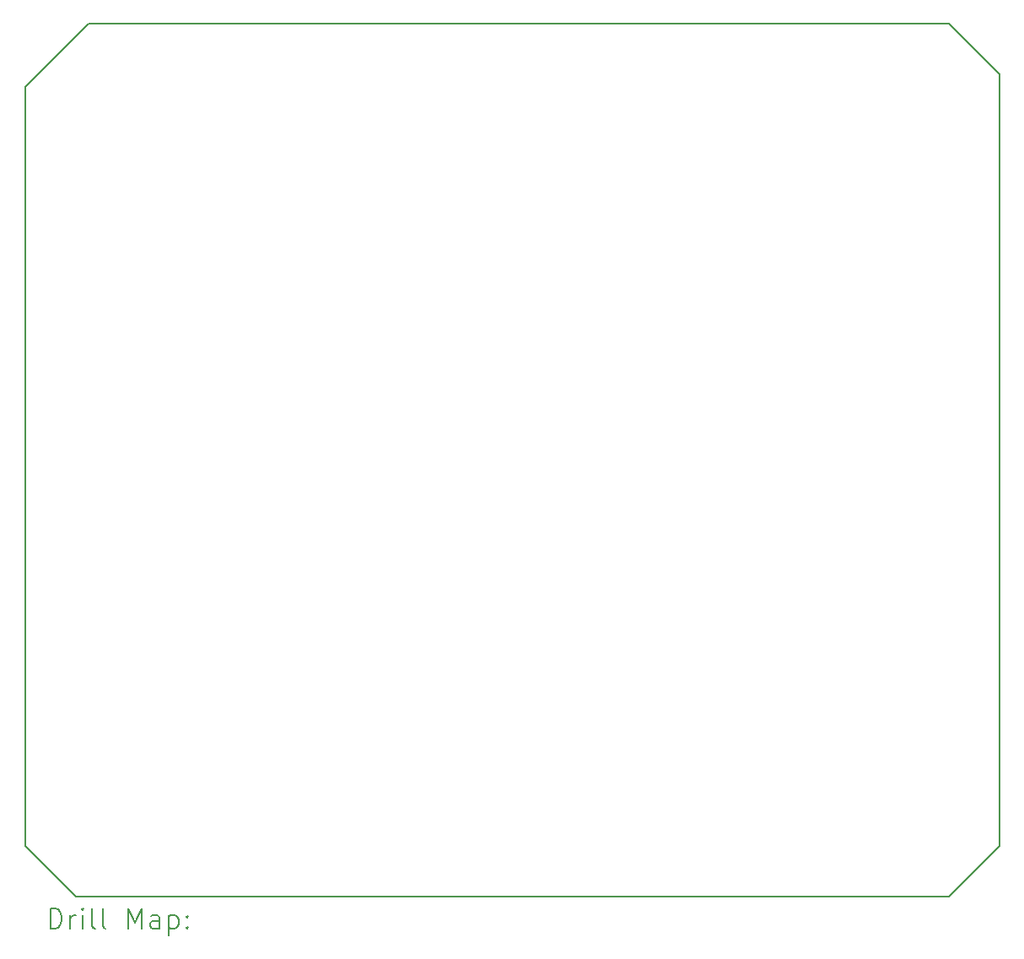
<source format=gbr>
%TF.GenerationSoftware,KiCad,Pcbnew,9.0.0*%
%TF.CreationDate,2025-06-15T15:42:35+02:00*%
%TF.ProjectId,plant_watner_V3.0,706c616e-745f-4776-9174-6e65725f5633,rev?*%
%TF.SameCoordinates,Original*%
%TF.FileFunction,Drillmap*%
%TF.FilePolarity,Positive*%
%FSLAX45Y45*%
G04 Gerber Fmt 4.5, Leading zero omitted, Abs format (unit mm)*
G04 Created by KiCad (PCBNEW 9.0.0) date 2025-06-15 15:42:35*
%MOMM*%
%LPD*%
G01*
G04 APERTURE LIST*
%ADD10C,0.150000*%
%ADD11C,0.200000*%
G04 APERTURE END LIST*
D10*
X8940800Y-13214700D02*
X8940800Y-5848700D01*
X18719800Y-13214700D02*
X18211800Y-13722700D01*
X8940800Y-5848700D02*
X8940800Y-5594700D01*
X9448800Y-13722700D02*
X8940800Y-13214700D01*
X9575800Y-4959700D02*
X18211800Y-4959700D01*
X8940800Y-5594700D02*
X9575800Y-4959700D01*
X18211800Y-13722700D02*
X9448800Y-13722700D01*
X18211800Y-4959700D02*
X18719800Y-5467700D01*
X18719800Y-5467700D02*
X18719800Y-13214700D01*
D11*
X9194077Y-14041684D02*
X9194077Y-13841684D01*
X9194077Y-13841684D02*
X9241696Y-13841684D01*
X9241696Y-13841684D02*
X9270267Y-13851208D01*
X9270267Y-13851208D02*
X9289315Y-13870255D01*
X9289315Y-13870255D02*
X9298839Y-13889303D01*
X9298839Y-13889303D02*
X9308363Y-13927398D01*
X9308363Y-13927398D02*
X9308363Y-13955969D01*
X9308363Y-13955969D02*
X9298839Y-13994065D01*
X9298839Y-13994065D02*
X9289315Y-14013112D01*
X9289315Y-14013112D02*
X9270267Y-14032160D01*
X9270267Y-14032160D02*
X9241696Y-14041684D01*
X9241696Y-14041684D02*
X9194077Y-14041684D01*
X9394077Y-14041684D02*
X9394077Y-13908350D01*
X9394077Y-13946446D02*
X9403601Y-13927398D01*
X9403601Y-13927398D02*
X9413124Y-13917874D01*
X9413124Y-13917874D02*
X9432172Y-13908350D01*
X9432172Y-13908350D02*
X9451220Y-13908350D01*
X9517886Y-14041684D02*
X9517886Y-13908350D01*
X9517886Y-13841684D02*
X9508363Y-13851208D01*
X9508363Y-13851208D02*
X9517886Y-13860731D01*
X9517886Y-13860731D02*
X9527410Y-13851208D01*
X9527410Y-13851208D02*
X9517886Y-13841684D01*
X9517886Y-13841684D02*
X9517886Y-13860731D01*
X9641696Y-14041684D02*
X9622648Y-14032160D01*
X9622648Y-14032160D02*
X9613124Y-14013112D01*
X9613124Y-14013112D02*
X9613124Y-13841684D01*
X9746458Y-14041684D02*
X9727410Y-14032160D01*
X9727410Y-14032160D02*
X9717886Y-14013112D01*
X9717886Y-14013112D02*
X9717886Y-13841684D01*
X9975029Y-14041684D02*
X9975029Y-13841684D01*
X9975029Y-13841684D02*
X10041696Y-13984541D01*
X10041696Y-13984541D02*
X10108363Y-13841684D01*
X10108363Y-13841684D02*
X10108363Y-14041684D01*
X10289315Y-14041684D02*
X10289315Y-13936922D01*
X10289315Y-13936922D02*
X10279791Y-13917874D01*
X10279791Y-13917874D02*
X10260744Y-13908350D01*
X10260744Y-13908350D02*
X10222648Y-13908350D01*
X10222648Y-13908350D02*
X10203601Y-13917874D01*
X10289315Y-14032160D02*
X10270267Y-14041684D01*
X10270267Y-14041684D02*
X10222648Y-14041684D01*
X10222648Y-14041684D02*
X10203601Y-14032160D01*
X10203601Y-14032160D02*
X10194077Y-14013112D01*
X10194077Y-14013112D02*
X10194077Y-13994065D01*
X10194077Y-13994065D02*
X10203601Y-13975017D01*
X10203601Y-13975017D02*
X10222648Y-13965493D01*
X10222648Y-13965493D02*
X10270267Y-13965493D01*
X10270267Y-13965493D02*
X10289315Y-13955969D01*
X10384553Y-13908350D02*
X10384553Y-14108350D01*
X10384553Y-13917874D02*
X10403601Y-13908350D01*
X10403601Y-13908350D02*
X10441696Y-13908350D01*
X10441696Y-13908350D02*
X10460744Y-13917874D01*
X10460744Y-13917874D02*
X10470267Y-13927398D01*
X10470267Y-13927398D02*
X10479791Y-13946446D01*
X10479791Y-13946446D02*
X10479791Y-14003588D01*
X10479791Y-14003588D02*
X10470267Y-14022636D01*
X10470267Y-14022636D02*
X10460744Y-14032160D01*
X10460744Y-14032160D02*
X10441696Y-14041684D01*
X10441696Y-14041684D02*
X10403601Y-14041684D01*
X10403601Y-14041684D02*
X10384553Y-14032160D01*
X10565505Y-14022636D02*
X10575029Y-14032160D01*
X10575029Y-14032160D02*
X10565505Y-14041684D01*
X10565505Y-14041684D02*
X10555982Y-14032160D01*
X10555982Y-14032160D02*
X10565505Y-14022636D01*
X10565505Y-14022636D02*
X10565505Y-14041684D01*
X10565505Y-13917874D02*
X10575029Y-13927398D01*
X10575029Y-13927398D02*
X10565505Y-13936922D01*
X10565505Y-13936922D02*
X10555982Y-13927398D01*
X10555982Y-13927398D02*
X10565505Y-13917874D01*
X10565505Y-13917874D02*
X10565505Y-13936922D01*
M02*

</source>
